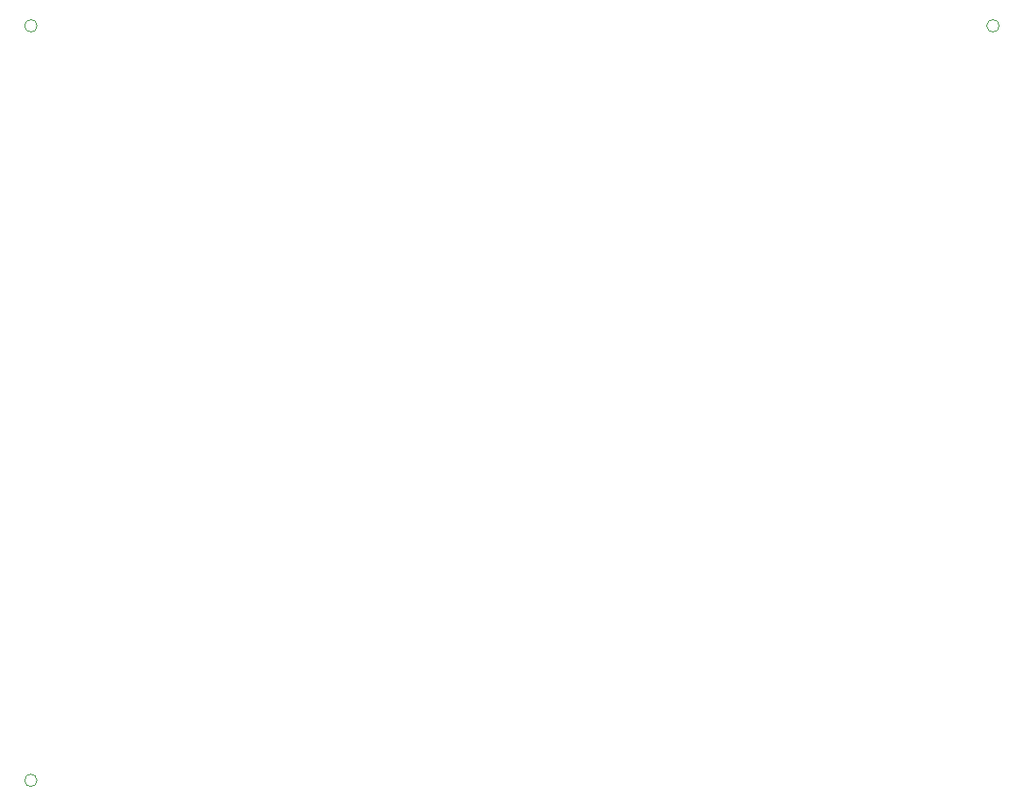
<source format=gbr>
%TF.GenerationSoftware,KiCad,Pcbnew,8.0.9-8.0.9-0~ubuntu24.04.1*%
%TF.CreationDate,2025-07-21T09:14:07-04:00*%
%TF.ProjectId,panel,70616e65-6c2e-46b6-9963-61645f706362,0.1.X*%
%TF.SameCoordinates,Original*%
%TF.FileFunction,Other,User*%
%FSLAX46Y46*%
G04 Gerber Fmt 4.6, Leading zero omitted, Abs format (unit mm)*
G04 Created by KiCad (PCBNEW 8.0.9-8.0.9-0~ubuntu24.04.1) date 2025-07-21 09:14:07*
%MOMM*%
%LPD*%
G01*
G04 APERTURE LIST*
%ADD10C,0.050000*%
G04 APERTURE END LIST*
D10*
%TO.C,KiKit_FID_B_2*%
X98600000Y-2500000D02*
G75*
G02*
X97400000Y-2500000I-600000J0D01*
G01*
X97400000Y-2500000D02*
G75*
G02*
X98600000Y-2500000I600000J0D01*
G01*
%TO.C,KiKit_FID_B_1*%
X5600000Y-2500000D02*
G75*
G02*
X4400000Y-2500000I-600000J0D01*
G01*
X4400000Y-2500000D02*
G75*
G02*
X5600000Y-2500000I600000J0D01*
G01*
%TO.C,KiKit_FID_B_3*%
X5600000Y-75500000D02*
G75*
G02*
X4400000Y-75500000I-600000J0D01*
G01*
X4400000Y-75500000D02*
G75*
G02*
X5600000Y-75500000I600000J0D01*
G01*
%TD*%
M02*

</source>
